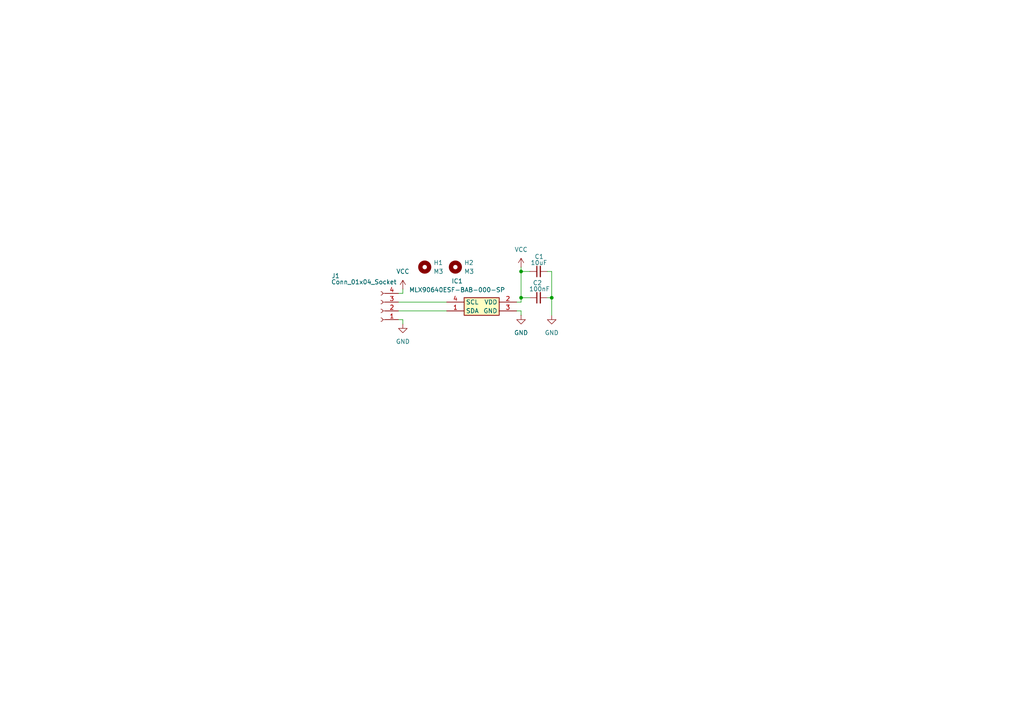
<source format=kicad_sch>
(kicad_sch (version 20250114) (generator "eeschema") (generator_version "9.0")
  (paper "A4")
  (lib_symbols
    (symbol "Connector:Conn_01x04_Socket" (pin_names (offset 1.016) (hide yes))
      (property "Reference" "J" (at 0 5.08 0))
      (property "Value" "Conn_01x04_Socket" (at 0 -7.62 0))
      (symbol "Conn_01x04_Socket_1_1"
        (polyline (pts (xy -1.27 2.54) (xy -0.508 2.54)) (stroke (width 0.1524)))
        (polyline (pts (xy -1.27 0) (xy -0.508 0)) (stroke (width 0.1524)))
        (polyline (pts (xy -1.27 -2.54) (xy -0.508 -2.54)) (stroke (width 0.1524)))
        (polyline (pts (xy -1.27 -5.08) (xy -0.508 -5.08)) (stroke (width 0.1524)))
        (arc (start 0 2.032) (mid -0.5058 2.54) (end 0 3.048) (stroke (width 0.1524)))
        (arc (start 0 -0.508) (mid -0.5058 0) (end 0 0.508) (stroke (width 0.1524)))
        (arc (start 0 -3.048) (mid -0.5058 -2.54) (end 0 -2.032) (stroke (width 0.1524)))
        (arc (start 0 -5.588) (mid -0.5058 -5.08) (end 0 -4.572) (stroke (width 0.1524)))
        (pin passive line (at -5.08 2.54 0) (length 3.81) (name "Pin_1") (number "1"))
        (pin passive line (at -5.08 0 0) (length 3.81) (name "Pin_2") (number "2"))
        (pin passive line (at -5.08 -2.54 0) (length 3.81) (name "Pin_3") (number "3"))
        (pin passive line (at -5.08 -5.08 0) (length 3.81) (name "Pin_4") (number "4"))
      )
    )
    (symbol "Device:C_Small" (pin_numbers (hide yes)) (pin_names (offset 0.254) (hide yes))
      (property "Reference" "C" (at 0.254 1.778 0))
      (property "Value" "C_Small" (at 0.254 -2.032 0))
      (symbol "C_Small_0_1"
        (polyline (pts (xy -1.524 0.508) (xy 1.524 0.508)) (stroke (width 0.3048)))
        (polyline (pts (xy -1.524 -0.508) (xy 1.524 -0.508)) (stroke (width 0.3302)))
      )
      (symbol "C_Small_1_1"
        (pin passive line (at 0 2.54 270) (length 2.032) (name "~") (number "1"))
        (pin passive line (at 0 -2.54 90) (length 2.032) (name "~") (number "2"))
      )
    )
    (symbol "Mechanical:MountingHole" (pin_names (offset 1.016))
      (property "Reference" "H" (at 0 5.08 0))
      (property "Value" "MountingHole" (at 0 3.175 0))
      (symbol "MountingHole_0_1"
        (circle (center 0 0) (radius 1.27) (stroke (width 1.27)))
      )
    )
    (symbol "SDM_SENSOR:MLX90642ESF-BCA-000-SP"
      (property "Reference" "IC" (at 21.59 15.24 0))
      (property "Value" "MLX90642ESF-BCA-000-SP" (at 21.59 12.7 0))
      (symbol "MLX90642ESF-BCA-000-SP_1_1"
        (rectangle (start 5.08 3.81) (end 15.24 -1.27) (stroke (width 0.254)) (fill (type background)))
        (pin passive line (at 0 2.54 0) (length 5.08) (name "SCL") (number "4"))
        (pin passive line (at 0 0 0) (length 5.08) (name "SDA") (number "1"))
        (pin passive line (at 20.32 2.54 180) (length 5.08) (name "VDD") (number "2"))
        (pin passive line (at 20.32 0 180) (length 5.08) (name "GND") (number "3"))
      )
    )
    (symbol "power:GND" (power) (pin_numbers (hide yes)) (pin_names (offset 0) (hide yes))
      (property "Value" "GND" (at 0 -3.81 0))
      (symbol "GND_0_1"
        (polyline (pts (xy 0 0) (xy 0 -1.27) (xy 1.27 -1.27) (xy 0 -2.54) (xy -1.27 -1.27) (xy 0 -1.27)))
      )
      (symbol "GND_1_1"
        (pin power_in line (at 0 0 270) (length 0) (name "~") (number "1"))
      )
    )
    (symbol "power:VCC" (power) (pin_numbers (hide yes)) (pin_names (offset 0) (hide yes))
      (property "Value" "VCC" (at 0 3.556 0))
      (symbol "VCC_0_1"
        (polyline (pts (xy -0.762 1.27) (xy 0 2.54)))
        (polyline (pts (xy 0 2.54) (xy 0.762 1.27)))
        (polyline (pts (xy 0 0) (xy 0 2.54)))
      )
      (symbol "VCC_1_1"
        (pin power_in line (at 0 0 90) (length 0) (name "~") (number "1"))
      )
    )
  )
  (junction (at 151.13 86.36))
  (junction (at 160.02 86.36))
  (junction (at 151.13 78.74))
  (wire (pts (xy 160.02 78.74) (xy 158.75 78.74)))
  (wire (pts (xy 158.75 86.36) (xy 160.02 86.36)))
  (wire (pts (xy 149.86 90.17) (xy 151.13 90.17)))
  (wire (pts (xy 115.57 90.17) (xy 129.54 90.17)))
  (wire (pts (xy 151.13 86.36) (xy 153.67 86.36)))
  (wire (pts (xy 116.84 85.09) (xy 116.84 83.82)))
  (wire (pts (xy 160.02 91.44) (xy 160.02 86.36)))
  (wire (pts (xy 115.57 87.63) (xy 129.54 87.63)))
  (wire (pts (xy 115.57 85.09) (xy 116.84 85.09)))
  (wire (pts (xy 160.02 86.36) (xy 160.02 78.74)))
  (wire (pts (xy 149.86 87.63) (xy 151.13 87.63)))
  (wire (pts (xy 151.13 78.74) (xy 153.67 78.74)))
  (wire (pts (xy 151.13 87.63) (xy 151.13 86.36)))
  (wire (pts (xy 116.84 92.71) (xy 116.84 93.98)))
  (wire (pts (xy 115.57 92.71) (xy 116.84 92.71)))
  (wire (pts (xy 151.13 78.74) (xy 151.13 77.47)))
  (wire (pts (xy 151.13 86.36) (xy 151.13 78.74)))
  (wire (pts (xy 151.13 90.17) (xy 151.13 91.44)))
  (symbol (lib_id "power:VCC") (at 151.13 77.47 0) (unit 1)
    (property "Reference" "#PWR01" (effects (hide yes)))
    (property "Value" "VCC" (at 151.13 72.39 0))
    (property "Description" "Power symbol creates a global label with name \"VCC\"" (effects (hide yes)))
  )
  (symbol (lib_id "power:GND") (at 160.02 91.44 0) (unit 1)
    (property "Reference" "#PWR04" (effects (hide yes)))
    (property "Value" "GND" (at 160.02 96.52 0))
    (property "Description" "Power symbol creates a global label with name \"GND\" , ground" (effects (hide yes)))
  )
  (symbol (lib_id "Mechanical:MountingHole") (at 123.19 77.47 0) (unit 1)
    (property "Reference" "H1" (at 125.73 76.2 0) (effects (justify left)))
    (property "Value" "M3" (at 125.73 78.74 0) (effects (justify left)))
    (property "Footprint" "MountingHole:MountingHole_3.2mm_M3" (effects (hide yes)))
  )
  (symbol (lib_id "SDM_SENSOR:MLX90642ESF-BCA-000-SP") (at 129.54 90.17 0) (unit 1)
    (property "Reference" "IC1" (at 132.588 81.534 0))
    (property "Value" "MLX90640ESF-BAB-000-SP" (at 132.588 84.074 0))
    (property "Footprint" "SDM_MiscFootprint:MLX90642ESFBCA000SP" (effects (hide yes)))
    (property "Datasheet" "https://www.melexis.com/en/documents/documentation/datasheets/datasheet-mlx90642" (effects (hide yes)))
    (property "Description" "Board Mount Temperature Sensors 32x24 thermal array, 45deg FoV, gradient compensated" (effects (hide yes)))
    (property "Height" "12.17" (effects (hide yes)))
    (property "Mouser Part Number" "482-MLX90640ESFBABSP" (effects (hide yes)))
    (property "Mouser Price/Stock" "https://www.mouser.co.uk/ProductDetail/Melexis/MLX90640ESF-BAB-000-SP?qs=y6ZabgHbY%252BwqHrvRZCHRaw%3D%3D" (effects (hide yes)))
    (property "Manufacturer_Name" "Melexis" (effects (hide yes)))
    (property "Manufacturer_Part_Number" "MLX90642ESF-BCB-000-SP" (effects (hide yes)))
  )
  (symbol (lib_id "Device:C_Small") (at 156.21 78.74 90) (unit 1)
    (property "Reference" "C1" (at 157.734 74.422 90) (effects (justify left)))
    (property "Value" "10uF" (at 158.75 76.2 90) (effects (justify left)))
    (property "Footprint" "Capacitor_SMD:C_0603_1608Metric" (effects (hide yes)))
  )
  (symbol (lib_id "power:VCC") (at 116.84 83.82 0) (unit 1)
    (property "Reference" "#PWR02" (effects (hide yes)))
    (property "Value" "VCC" (at 116.84 78.74 0))
    (property "Description" "Power symbol creates a global label with name \"VCC\"" (effects (hide yes)))
  )
  (symbol (lib_id "power:GND") (at 116.84 93.98 0) (unit 1)
    (property "Reference" "#PWR05" (effects (hide yes)))
    (property "Value" "GND" (at 116.84 99.06 0))
    (property "Description" "Power symbol creates a global label with name \"GND\" , ground" (effects (hide yes)))
  )
  (symbol (lib_id "Device:C_Small") (at 156.21 86.36 90) (unit 1)
    (property "Reference" "C2" (at 157.226 82.042 90) (effects (justify left)))
    (property "Value" "100nF" (at 159.512 83.82 90) (effects (justify left)))
    (property "Footprint" "Capacitor_SMD:C_0603_1608Metric" (effects (hide yes)))
  )
  (symbol (lib_id "Connector:Conn_01x04_Socket") (at 110.49 90.17 180) (unit 1)
    (property "Reference" "J1" (at 98.552 80.01 0) (effects (justify left)))
    (property "Value" "Conn_01x04_Socket" (at 115.062 81.788 0) (effects (justify left)))
    (property "Footprint" "Connector_JST:JST_XH_S4B-XH-A_1x04_P2.50mm_Horizontal" (effects (hide yes)))
    (property "Description" "Generic connector, single row, 01x04, script generated" (effects (hide yes)))
  )
  (symbol (lib_id "power:GND") (at 151.13 91.44 0) (unit 1)
    (property "Reference" "#PWR03" (effects (hide yes)))
    (property "Value" "GND" (at 151.13 96.52 0))
    (property "Description" "Power symbol creates a global label with name \"GND\" , ground" (effects (hide yes)))
  )
  (symbol (lib_id "Mechanical:MountingHole") (at 132.08 77.47 0) (unit 1)
    (property "Reference" "H2" (at 134.62 76.2 0) (effects (justify left)))
    (property "Value" "M3" (at 134.62 78.74 0) (effects (justify left)))
    (property "Footprint" "MountingHole:MountingHole_3.2mm_M3" (effects (hide yes)))
  )
)
</source>
